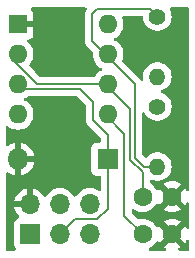
<source format=gtl>
G04 #@! TF.GenerationSoftware,KiCad,Pcbnew,8.0.1-8.0.1-1~ubuntu22.04.1*
G04 #@! TF.CreationDate,2024-07-15T21:43:51-04:00*
G04 #@! TF.ProjectId,Clock_Addon,436c6f63-6b5f-4416-9464-6f6e2e6b6963,rev?*
G04 #@! TF.SameCoordinates,Original*
G04 #@! TF.FileFunction,Copper,L1,Top*
G04 #@! TF.FilePolarity,Positive*
%FSLAX46Y46*%
G04 Gerber Fmt 4.6, Leading zero omitted, Abs format (unit mm)*
G04 Created by KiCad (PCBNEW 8.0.1-8.0.1-1~ubuntu22.04.1) date 2024-07-15 21:43:51*
%MOMM*%
%LPD*%
G01*
G04 APERTURE LIST*
G04 #@! TA.AperFunction,ComponentPad*
%ADD10C,1.400000*%
G04 #@! TD*
G04 #@! TA.AperFunction,ComponentPad*
%ADD11O,1.400000X1.400000*%
G04 #@! TD*
G04 #@! TA.AperFunction,ComponentPad*
%ADD12R,1.800000X1.800000*%
G04 #@! TD*
G04 #@! TA.AperFunction,ComponentPad*
%ADD13O,1.800000X1.800000*%
G04 #@! TD*
G04 #@! TA.AperFunction,ComponentPad*
%ADD14C,1.600000*%
G04 #@! TD*
G04 #@! TA.AperFunction,ComponentPad*
%ADD15O,1.600000X1.600000*%
G04 #@! TD*
G04 #@! TA.AperFunction,ComponentPad*
%ADD16R,1.600000X1.600000*%
G04 #@! TD*
G04 #@! TA.AperFunction,ComponentPad*
%ADD17R,1.700000X1.700000*%
G04 #@! TD*
G04 #@! TA.AperFunction,ComponentPad*
%ADD18O,1.700000X1.700000*%
G04 #@! TD*
G04 #@! TA.AperFunction,Conductor*
%ADD19C,0.200000*%
G04 #@! TD*
G04 APERTURE END LIST*
D10*
X140335000Y-42545000D03*
D11*
X140335000Y-47625000D03*
D12*
X136144000Y-54610000D03*
D13*
X128524000Y-54610000D03*
D14*
X139085000Y-57785000D03*
X141585000Y-57785000D03*
D15*
X136154000Y-43190000D03*
X136154000Y-45730000D03*
X136154000Y-48270000D03*
X136154000Y-50810000D03*
X128534000Y-50810000D03*
X128534000Y-48270000D03*
X128534000Y-45730000D03*
D16*
X128534000Y-43190000D03*
D17*
X129540000Y-60960000D03*
D18*
X129540000Y-58420000D03*
X132080000Y-60960000D03*
X132080000Y-58420000D03*
X134620000Y-60960000D03*
X134620000Y-58420000D03*
D10*
X140335000Y-50165000D03*
D11*
X140335000Y-55245000D03*
D14*
X141585000Y-60960000D03*
X139085000Y-60960000D03*
D19*
X128280000Y-48270000D02*
X128680000Y-48670000D01*
X128680000Y-48670000D02*
X133760000Y-48670000D01*
X134874000Y-51308000D02*
X136144000Y-52578000D01*
X136144000Y-52578000D02*
X136144000Y-58801000D01*
X133760000Y-48670000D02*
X134874000Y-49784000D01*
X134874000Y-49784000D02*
X134874000Y-51308000D01*
X136144000Y-58801000D02*
X135255000Y-59690000D01*
X135255000Y-59690000D02*
X133350000Y-59690000D01*
X133350000Y-59690000D02*
X132080000Y-60960000D01*
X139085000Y-60960000D02*
X137541000Y-59416000D01*
X137541000Y-59416000D02*
X137541000Y-52451000D01*
X137541000Y-52451000D02*
X135900000Y-50810000D01*
X128280000Y-45730000D02*
X128280000Y-46365000D01*
X128280000Y-46365000D02*
X130175000Y-48260000D01*
X130175000Y-48260000D02*
X133350000Y-48260000D01*
X133350000Y-48260000D02*
X133360000Y-48270000D01*
X133360000Y-48270000D02*
X135900000Y-48270000D01*
X138030000Y-54648685D02*
X139085000Y-55703686D01*
X135900000Y-48270000D02*
X138030000Y-50400000D01*
X138030000Y-50400000D02*
X138030000Y-54648685D01*
X139085000Y-55703686D02*
X139085000Y-57785000D01*
X140335000Y-55245000D02*
X139192000Y-55245000D01*
X134800000Y-42365000D02*
X135255000Y-41910000D01*
X135255000Y-41910000D02*
X139700000Y-41910000D01*
X139192000Y-55245000D02*
X138430000Y-54483000D01*
X138430000Y-48260000D02*
X134800000Y-44630000D01*
X138430000Y-54483000D02*
X138430000Y-48260000D01*
X134800000Y-44630000D02*
X134800000Y-42365000D01*
X139700000Y-41910000D02*
X140335000Y-42545000D01*
G04 #@! TA.AperFunction,Conductor*
G36*
X133526942Y-49290185D02*
G01*
X133547584Y-49306819D01*
X134237181Y-49996416D01*
X134270666Y-50057739D01*
X134273500Y-50084097D01*
X134273500Y-51221330D01*
X134273499Y-51221348D01*
X134273499Y-51387054D01*
X134273498Y-51387054D01*
X134314423Y-51539785D01*
X134343358Y-51589900D01*
X134343359Y-51589904D01*
X134343360Y-51589904D01*
X134393479Y-51676714D01*
X134393481Y-51676717D01*
X134512349Y-51795585D01*
X134512355Y-51795590D01*
X135507181Y-52790416D01*
X135540666Y-52851739D01*
X135543500Y-52878097D01*
X135543500Y-53085500D01*
X135523815Y-53152539D01*
X135471011Y-53198294D01*
X135419501Y-53209500D01*
X135196130Y-53209500D01*
X135196123Y-53209501D01*
X135136516Y-53215908D01*
X135001671Y-53266202D01*
X135001664Y-53266206D01*
X134886455Y-53352452D01*
X134886452Y-53352455D01*
X134800206Y-53467664D01*
X134800202Y-53467671D01*
X134749908Y-53602517D01*
X134743501Y-53662116D01*
X134743500Y-53662135D01*
X134743500Y-55557870D01*
X134743501Y-55557876D01*
X134749908Y-55617483D01*
X134800202Y-55752328D01*
X134800206Y-55752335D01*
X134886452Y-55867544D01*
X134886455Y-55867547D01*
X135001664Y-55953793D01*
X135001671Y-55953797D01*
X135046618Y-55970561D01*
X135136517Y-56004091D01*
X135196127Y-56010500D01*
X135419500Y-56010499D01*
X135486539Y-56030183D01*
X135532294Y-56082987D01*
X135543500Y-56134499D01*
X135543500Y-57179783D01*
X135523815Y-57246822D01*
X135471011Y-57292577D01*
X135401853Y-57302521D01*
X135348377Y-57281358D01*
X135297834Y-57245967D01*
X135297830Y-57245965D01*
X135197864Y-57199350D01*
X135083663Y-57146097D01*
X135083659Y-57146096D01*
X135083655Y-57146094D01*
X134855413Y-57084938D01*
X134855403Y-57084936D01*
X134620001Y-57064341D01*
X134619999Y-57064341D01*
X134384596Y-57084936D01*
X134384586Y-57084938D01*
X134156344Y-57146094D01*
X134156335Y-57146098D01*
X133942171Y-57245964D01*
X133942169Y-57245965D01*
X133748597Y-57381505D01*
X133581505Y-57548597D01*
X133451575Y-57734158D01*
X133396998Y-57777783D01*
X133327500Y-57784977D01*
X133265145Y-57753454D01*
X133248425Y-57734158D01*
X133118494Y-57548597D01*
X132951402Y-57381506D01*
X132951395Y-57381501D01*
X132757834Y-57245967D01*
X132757830Y-57245965D01*
X132657864Y-57199350D01*
X132543663Y-57146097D01*
X132543659Y-57146096D01*
X132543655Y-57146094D01*
X132315413Y-57084938D01*
X132315403Y-57084936D01*
X132080001Y-57064341D01*
X132079999Y-57064341D01*
X131844596Y-57084936D01*
X131844586Y-57084938D01*
X131616344Y-57146094D01*
X131616335Y-57146098D01*
X131402171Y-57245964D01*
X131402169Y-57245965D01*
X131208597Y-57381505D01*
X131041508Y-57548594D01*
X130911269Y-57734595D01*
X130856692Y-57778219D01*
X130787193Y-57785412D01*
X130724839Y-57753890D01*
X130708119Y-57734594D01*
X130578113Y-57548926D01*
X130578108Y-57548920D01*
X130411082Y-57381894D01*
X130217578Y-57246399D01*
X130003492Y-57146570D01*
X130003486Y-57146567D01*
X129790000Y-57089364D01*
X129790000Y-57986988D01*
X129732993Y-57954075D01*
X129605826Y-57920000D01*
X129474174Y-57920000D01*
X129347007Y-57954075D01*
X129290000Y-57986988D01*
X129290000Y-57089364D01*
X129289999Y-57089364D01*
X129076513Y-57146567D01*
X129076507Y-57146570D01*
X128862422Y-57246399D01*
X128862420Y-57246400D01*
X128668926Y-57381886D01*
X128668920Y-57381891D01*
X128501891Y-57548920D01*
X128501886Y-57548926D01*
X128366400Y-57742420D01*
X128366399Y-57742422D01*
X128266570Y-57956507D01*
X128266567Y-57956513D01*
X128209364Y-58169999D01*
X128209364Y-58170000D01*
X129106988Y-58170000D01*
X129074075Y-58227007D01*
X129040000Y-58354174D01*
X129040000Y-58485826D01*
X129074075Y-58612993D01*
X129106988Y-58670000D01*
X128209364Y-58670000D01*
X128266567Y-58883486D01*
X128266570Y-58883492D01*
X128366399Y-59097578D01*
X128501894Y-59291082D01*
X128623946Y-59413134D01*
X128657431Y-59474457D01*
X128652447Y-59544149D01*
X128610575Y-59600082D01*
X128579598Y-59616997D01*
X128447671Y-59666202D01*
X128447664Y-59666206D01*
X128332455Y-59752452D01*
X128332452Y-59752455D01*
X128246206Y-59867664D01*
X128246202Y-59867671D01*
X128195908Y-60002517D01*
X128189501Y-60062116D01*
X128189500Y-60062135D01*
X128189500Y-61857870D01*
X128189501Y-61857876D01*
X128195908Y-61917483D01*
X128246202Y-62052328D01*
X128246206Y-62052335D01*
X128331438Y-62166189D01*
X128355856Y-62231653D01*
X128341005Y-62299926D01*
X128291600Y-62349332D01*
X128232172Y-62364500D01*
X127624500Y-62364500D01*
X127557461Y-62344815D01*
X127511706Y-62292011D01*
X127500500Y-62240500D01*
X127500500Y-55841105D01*
X127520185Y-55774066D01*
X127572989Y-55728311D01*
X127642147Y-55718367D01*
X127700663Y-55743252D01*
X127755649Y-55786050D01*
X127959697Y-55896476D01*
X127959706Y-55896479D01*
X128179139Y-55971811D01*
X128273999Y-55987640D01*
X128274000Y-55987639D01*
X128274000Y-54985277D01*
X128350306Y-55029333D01*
X128464756Y-55060000D01*
X128583244Y-55060000D01*
X128697694Y-55029333D01*
X128774000Y-54985277D01*
X128774000Y-55987640D01*
X128868860Y-55971811D01*
X129088293Y-55896479D01*
X129088302Y-55896476D01*
X129292351Y-55786050D01*
X129292359Y-55786045D01*
X129475437Y-55643548D01*
X129475441Y-55643545D01*
X129632585Y-55472842D01*
X129759483Y-55278609D01*
X129852682Y-55066135D01*
X129904883Y-54860000D01*
X128899278Y-54860000D01*
X128943333Y-54783694D01*
X128974000Y-54669244D01*
X128974000Y-54550756D01*
X128943333Y-54436306D01*
X128899278Y-54360000D01*
X129904883Y-54360000D01*
X129852682Y-54153864D01*
X129759483Y-53941390D01*
X129632585Y-53747157D01*
X129475441Y-53576454D01*
X129475437Y-53576451D01*
X129292355Y-53433952D01*
X129292351Y-53433949D01*
X129088302Y-53323523D01*
X129088293Y-53323520D01*
X128868861Y-53248188D01*
X128774000Y-53232359D01*
X128774000Y-54234722D01*
X128697694Y-54190667D01*
X128583244Y-54160000D01*
X128464756Y-54160000D01*
X128350306Y-54190667D01*
X128274000Y-54234722D01*
X128274000Y-53232359D01*
X128273999Y-53232359D01*
X128179138Y-53248188D01*
X127959706Y-53323520D01*
X127959697Y-53323523D01*
X127755650Y-53433948D01*
X127700662Y-53476748D01*
X127635668Y-53502390D01*
X127567128Y-53488823D01*
X127516803Y-53440355D01*
X127500500Y-53378894D01*
X127500500Y-51912155D01*
X127520185Y-51845116D01*
X127572989Y-51799361D01*
X127642147Y-51789417D01*
X127695621Y-51810579D01*
X127881266Y-51940568D01*
X128087504Y-52036739D01*
X128307308Y-52095635D01*
X128469230Y-52109801D01*
X128533998Y-52115468D01*
X128534000Y-52115468D01*
X128534002Y-52115468D01*
X128590673Y-52110509D01*
X128760692Y-52095635D01*
X128980496Y-52036739D01*
X129186734Y-51940568D01*
X129373139Y-51810047D01*
X129534047Y-51649139D01*
X129664568Y-51462734D01*
X129760739Y-51256496D01*
X129819635Y-51036692D01*
X129839468Y-50810000D01*
X129838565Y-50799683D01*
X129833801Y-50745230D01*
X129819635Y-50583308D01*
X129760739Y-50363504D01*
X129664568Y-50157266D01*
X129534047Y-49970861D01*
X129534045Y-49970858D01*
X129373141Y-49809954D01*
X129186734Y-49679432D01*
X129186728Y-49679429D01*
X129128725Y-49652382D01*
X129076285Y-49606210D01*
X129057133Y-49539017D01*
X129077348Y-49472135D01*
X129128725Y-49427618D01*
X129186734Y-49400568D01*
X129340465Y-49292924D01*
X129406671Y-49270598D01*
X129411588Y-49270500D01*
X133459903Y-49270500D01*
X133526942Y-49290185D01*
G37*
G04 #@! TD.AperFunction*
G04 #@! TA.AperFunction,Conductor*
G36*
X141185000Y-61012661D02*
G01*
X141212259Y-61114394D01*
X141264920Y-61205606D01*
X141339394Y-61280080D01*
X141430606Y-61332741D01*
X141532339Y-61360000D01*
X141538553Y-61360000D01*
X140859526Y-62039025D01*
X140932513Y-62090132D01*
X140932521Y-62090136D01*
X141013973Y-62128118D01*
X141066413Y-62174290D01*
X141085565Y-62241483D01*
X141065349Y-62308365D01*
X141012184Y-62353699D01*
X140961569Y-62364500D01*
X139709613Y-62364500D01*
X139642574Y-62344815D01*
X139596819Y-62292011D01*
X139586875Y-62222853D01*
X139615900Y-62159297D01*
X139657208Y-62128118D01*
X139737734Y-62090568D01*
X139924139Y-61960047D01*
X140085047Y-61799139D01*
X140215568Y-61612734D01*
X140222893Y-61597024D01*
X140269064Y-61544586D01*
X140336257Y-61525433D01*
X140403138Y-61545648D01*
X140447657Y-61597024D01*
X140454864Y-61612480D01*
X140505974Y-61685472D01*
X141185000Y-61006446D01*
X141185000Y-61012661D01*
G37*
G04 #@! TD.AperFunction*
G04 #@! TA.AperFunction,Conductor*
G36*
X142664024Y-61685471D02*
G01*
X142715136Y-61612478D01*
X142773118Y-61488136D01*
X142819290Y-61435696D01*
X142886483Y-61416544D01*
X142953365Y-61436759D01*
X142998699Y-61489925D01*
X143009500Y-61540540D01*
X143009500Y-62240500D01*
X142989815Y-62307539D01*
X142937011Y-62353294D01*
X142885500Y-62364500D01*
X142208431Y-62364500D01*
X142141392Y-62344815D01*
X142095637Y-62292011D01*
X142085693Y-62222853D01*
X142114718Y-62159297D01*
X142156027Y-62128118D01*
X142237478Y-62090136D01*
X142310471Y-62039024D01*
X141631447Y-61360000D01*
X141637661Y-61360000D01*
X141739394Y-61332741D01*
X141830606Y-61280080D01*
X141905080Y-61205606D01*
X141957741Y-61114394D01*
X141985000Y-61012661D01*
X141985000Y-61006447D01*
X142664024Y-61685471D01*
G37*
G04 #@! TD.AperFunction*
G04 #@! TA.AperFunction,Conductor*
G36*
X141185000Y-57837661D02*
G01*
X141212259Y-57939394D01*
X141264920Y-58030606D01*
X141339394Y-58105080D01*
X141430606Y-58157741D01*
X141532339Y-58185000D01*
X141538553Y-58185000D01*
X140859526Y-58864025D01*
X140932513Y-58915132D01*
X140932521Y-58915136D01*
X141138668Y-59011264D01*
X141138682Y-59011269D01*
X141358389Y-59070139D01*
X141358400Y-59070141D01*
X141584998Y-59089966D01*
X141585002Y-59089966D01*
X141811599Y-59070141D01*
X141811610Y-59070139D01*
X142031317Y-59011269D01*
X142031331Y-59011264D01*
X142237478Y-58915136D01*
X142310471Y-58864024D01*
X141631447Y-58185000D01*
X141637661Y-58185000D01*
X141739394Y-58157741D01*
X141830606Y-58105080D01*
X141905080Y-58030606D01*
X141957741Y-57939394D01*
X141985000Y-57837661D01*
X141985000Y-57831447D01*
X142664024Y-58510471D01*
X142715136Y-58437478D01*
X142773118Y-58313136D01*
X142819290Y-58260696D01*
X142886483Y-58241544D01*
X142953365Y-58261759D01*
X142998699Y-58314925D01*
X143009500Y-58365540D01*
X143009500Y-60379459D01*
X142989815Y-60446498D01*
X142937011Y-60492253D01*
X142867853Y-60502197D01*
X142804297Y-60473172D01*
X142773118Y-60431864D01*
X142715134Y-60307517D01*
X142715132Y-60307513D01*
X142664025Y-60234526D01*
X141985000Y-60913551D01*
X141985000Y-60907339D01*
X141957741Y-60805606D01*
X141905080Y-60714394D01*
X141830606Y-60639920D01*
X141739394Y-60587259D01*
X141637661Y-60560000D01*
X141631448Y-60560000D01*
X142310472Y-59880974D01*
X142237478Y-59829863D01*
X142031331Y-59733735D01*
X142031317Y-59733730D01*
X141811610Y-59674860D01*
X141811599Y-59674858D01*
X141585002Y-59655034D01*
X141584998Y-59655034D01*
X141358400Y-59674858D01*
X141358389Y-59674860D01*
X141138682Y-59733730D01*
X141138673Y-59733734D01*
X140932516Y-59829866D01*
X140932512Y-59829868D01*
X140859526Y-59880973D01*
X140859526Y-59880974D01*
X141538553Y-60560000D01*
X141532339Y-60560000D01*
X141430606Y-60587259D01*
X141339394Y-60639920D01*
X141264920Y-60714394D01*
X141212259Y-60805606D01*
X141185000Y-60907339D01*
X141185000Y-60913552D01*
X140505974Y-60234526D01*
X140505973Y-60234526D01*
X140454868Y-60307512D01*
X140454867Y-60307514D01*
X140447656Y-60322979D01*
X140401482Y-60375417D01*
X140334288Y-60394567D01*
X140267407Y-60374350D01*
X140222893Y-60322976D01*
X140215568Y-60307266D01*
X140085047Y-60120861D01*
X140085045Y-60120858D01*
X139924141Y-59959954D01*
X139737734Y-59829432D01*
X139737732Y-59829431D01*
X139531497Y-59733261D01*
X139531488Y-59733258D01*
X139311697Y-59674366D01*
X139311693Y-59674365D01*
X139311692Y-59674365D01*
X139311691Y-59674364D01*
X139311686Y-59674364D01*
X139085002Y-59654532D01*
X139084998Y-59654532D01*
X138858313Y-59674364D01*
X138858302Y-59674366D01*
X138762067Y-59700152D01*
X138692217Y-59698489D01*
X138642293Y-59668058D01*
X138415624Y-59441389D01*
X138177819Y-59203583D01*
X138144334Y-59142260D01*
X138141500Y-59115902D01*
X138141500Y-58950173D01*
X138161185Y-58883134D01*
X138213989Y-58837379D01*
X138283147Y-58827435D01*
X138336620Y-58848597D01*
X138432266Y-58915568D01*
X138638504Y-59011739D01*
X138858308Y-59070635D01*
X139013265Y-59084192D01*
X139084998Y-59090468D01*
X139085000Y-59090468D01*
X139085002Y-59090468D01*
X139141673Y-59085509D01*
X139311692Y-59070635D01*
X139531496Y-59011739D01*
X139737734Y-58915568D01*
X139924139Y-58785047D01*
X140085047Y-58624139D01*
X140215568Y-58437734D01*
X140222893Y-58422024D01*
X140269064Y-58369586D01*
X140336257Y-58350433D01*
X140403138Y-58370648D01*
X140447657Y-58422024D01*
X140454864Y-58437480D01*
X140505974Y-58510472D01*
X141185000Y-57831446D01*
X141185000Y-57837661D01*
G37*
G04 #@! TD.AperFunction*
G04 #@! TA.AperFunction,Conductor*
G36*
X142952539Y-41795185D02*
G01*
X142998294Y-41847989D01*
X143009500Y-41899500D01*
X143009500Y-57204459D01*
X142989815Y-57271498D01*
X142937011Y-57317253D01*
X142867853Y-57327197D01*
X142804297Y-57298172D01*
X142773118Y-57256864D01*
X142715134Y-57132517D01*
X142715132Y-57132513D01*
X142664025Y-57059526D01*
X141985000Y-57738551D01*
X141985000Y-57732339D01*
X141957741Y-57630606D01*
X141905080Y-57539394D01*
X141830606Y-57464920D01*
X141739394Y-57412259D01*
X141637661Y-57385000D01*
X141631448Y-57385000D01*
X142310472Y-56705974D01*
X142237478Y-56654863D01*
X142031331Y-56558735D01*
X142031317Y-56558730D01*
X141811610Y-56499860D01*
X141811599Y-56499858D01*
X141585002Y-56480034D01*
X141584998Y-56480034D01*
X141358400Y-56499858D01*
X141358389Y-56499860D01*
X141138682Y-56558730D01*
X141138673Y-56558734D01*
X140932516Y-56654866D01*
X140932512Y-56654868D01*
X140859526Y-56705973D01*
X140859526Y-56705974D01*
X141538553Y-57385000D01*
X141532339Y-57385000D01*
X141430606Y-57412259D01*
X141339394Y-57464920D01*
X141264920Y-57539394D01*
X141212259Y-57630606D01*
X141185000Y-57732339D01*
X141185000Y-57738552D01*
X140505974Y-57059526D01*
X140505973Y-57059526D01*
X140454868Y-57132512D01*
X140454867Y-57132514D01*
X140447656Y-57147979D01*
X140401482Y-57200417D01*
X140334288Y-57219567D01*
X140267407Y-57199350D01*
X140222893Y-57147976D01*
X140215568Y-57132266D01*
X140085047Y-56945861D01*
X140085045Y-56945858D01*
X139924140Y-56784953D01*
X139738377Y-56654881D01*
X139694752Y-56600304D01*
X139685500Y-56553306D01*
X139685500Y-56461837D01*
X139705185Y-56394798D01*
X139757989Y-56349043D01*
X139827147Y-56339099D01*
X139854287Y-56346208D01*
X140005060Y-56404618D01*
X140223757Y-56445500D01*
X140223759Y-56445500D01*
X140446241Y-56445500D01*
X140446243Y-56445500D01*
X140664940Y-56404618D01*
X140872401Y-56324247D01*
X141061562Y-56207124D01*
X141225981Y-56057236D01*
X141360058Y-55879689D01*
X141459229Y-55680528D01*
X141520115Y-55466536D01*
X141540643Y-55245000D01*
X141520115Y-55023464D01*
X141459229Y-54809472D01*
X141446393Y-54783694D01*
X141360061Y-54610316D01*
X141360056Y-54610308D01*
X141225979Y-54432761D01*
X141061562Y-54282876D01*
X141061560Y-54282874D01*
X140872404Y-54165754D01*
X140872398Y-54165752D01*
X140664940Y-54085382D01*
X140446243Y-54044500D01*
X140223757Y-54044500D01*
X140005060Y-54085382D01*
X139873864Y-54136207D01*
X139797601Y-54165752D01*
X139797595Y-54165754D01*
X139608439Y-54282874D01*
X139608437Y-54282876D01*
X139444019Y-54432762D01*
X139444017Y-54432765D01*
X139437378Y-54441557D01*
X139381269Y-54483192D01*
X139311557Y-54487882D01*
X139250745Y-54454509D01*
X139066819Y-54270583D01*
X139033334Y-54209260D01*
X139030500Y-54182902D01*
X139030500Y-50765710D01*
X139050185Y-50698671D01*
X139102989Y-50652916D01*
X139172147Y-50642972D01*
X139235703Y-50671997D01*
X139265500Y-50710439D01*
X139309936Y-50799679D01*
X139309943Y-50799691D01*
X139444020Y-50977238D01*
X139608437Y-51127123D01*
X139608439Y-51127125D01*
X139797595Y-51244245D01*
X139797596Y-51244245D01*
X139797599Y-51244247D01*
X140005060Y-51324618D01*
X140223757Y-51365500D01*
X140223759Y-51365500D01*
X140446241Y-51365500D01*
X140446243Y-51365500D01*
X140664940Y-51324618D01*
X140872401Y-51244247D01*
X141061562Y-51127124D01*
X141225981Y-50977236D01*
X141360058Y-50799689D01*
X141459229Y-50600528D01*
X141520115Y-50386536D01*
X141540643Y-50165000D01*
X141539926Y-50157267D01*
X141520115Y-49943464D01*
X141520114Y-49943462D01*
X141459230Y-49729476D01*
X141459229Y-49729472D01*
X141459224Y-49729461D01*
X141360061Y-49530316D01*
X141360056Y-49530308D01*
X141225979Y-49352761D01*
X141061562Y-49202876D01*
X141061560Y-49202874D01*
X140872404Y-49085754D01*
X140872395Y-49085750D01*
X140778956Y-49049552D01*
X140678475Y-49010625D01*
X140623075Y-48968054D01*
X140599484Y-48902288D01*
X140615195Y-48834207D01*
X140665219Y-48785428D01*
X140678466Y-48779377D01*
X140872401Y-48704247D01*
X141061562Y-48587124D01*
X141225981Y-48437236D01*
X141360058Y-48259689D01*
X141459229Y-48060528D01*
X141520115Y-47846536D01*
X141540643Y-47625000D01*
X141540474Y-47623181D01*
X141520115Y-47403464D01*
X141520114Y-47403462D01*
X141459230Y-47189476D01*
X141459229Y-47189472D01*
X141459224Y-47189461D01*
X141360061Y-46990316D01*
X141360056Y-46990308D01*
X141225979Y-46812761D01*
X141061562Y-46662876D01*
X141061560Y-46662874D01*
X140872404Y-46545754D01*
X140872398Y-46545752D01*
X140664940Y-46465382D01*
X140446243Y-46424500D01*
X140223757Y-46424500D01*
X140005060Y-46465382D01*
X139873864Y-46516207D01*
X139797601Y-46545752D01*
X139797595Y-46545754D01*
X139608439Y-46662874D01*
X139608437Y-46662876D01*
X139444020Y-46812761D01*
X139309943Y-46990308D01*
X139309938Y-46990316D01*
X139210775Y-47189461D01*
X139210769Y-47189476D01*
X139149885Y-47403462D01*
X139149884Y-47403464D01*
X139129357Y-47624999D01*
X139129357Y-47625000D01*
X139148344Y-47829909D01*
X139134929Y-47898479D01*
X139086572Y-47948910D01*
X139018626Y-47965193D01*
X138952663Y-47942155D01*
X138917490Y-47903358D01*
X138916293Y-47901284D01*
X138910520Y-47891284D01*
X138798716Y-47779480D01*
X138798715Y-47779479D01*
X138794385Y-47775149D01*
X138794374Y-47775139D01*
X137383298Y-46364063D01*
X137349813Y-46302740D01*
X137354797Y-46233048D01*
X137358591Y-46223991D01*
X137380739Y-46176496D01*
X137439635Y-45956692D01*
X137459468Y-45730000D01*
X137439635Y-45503308D01*
X137380739Y-45283504D01*
X137284568Y-45077266D01*
X137154047Y-44890861D01*
X137154046Y-44890860D01*
X137154045Y-44890858D01*
X136993141Y-44729954D01*
X136806734Y-44599432D01*
X136806728Y-44599429D01*
X136748725Y-44572382D01*
X136696285Y-44526210D01*
X136677133Y-44459017D01*
X136697348Y-44392135D01*
X136748725Y-44347618D01*
X136749643Y-44347190D01*
X136806734Y-44320568D01*
X136993139Y-44190047D01*
X137154047Y-44029139D01*
X137284568Y-43842734D01*
X137380739Y-43636496D01*
X137439635Y-43416692D01*
X137459468Y-43190000D01*
X137458565Y-43179683D01*
X137441142Y-42980538D01*
X137439635Y-42963308D01*
X137380739Y-42743504D01*
X137354345Y-42686904D01*
X137343854Y-42617828D01*
X137372373Y-42554044D01*
X137430850Y-42515804D01*
X137466728Y-42510500D01*
X139013119Y-42510500D01*
X139080158Y-42530185D01*
X139125913Y-42582989D01*
X139136590Y-42623059D01*
X139149884Y-42766535D01*
X139149885Y-42766537D01*
X139210769Y-42980523D01*
X139210775Y-42980538D01*
X139309938Y-43179683D01*
X139309943Y-43179691D01*
X139444020Y-43357238D01*
X139608437Y-43507123D01*
X139608439Y-43507125D01*
X139797595Y-43624245D01*
X139797596Y-43624245D01*
X139797599Y-43624247D01*
X140005060Y-43704618D01*
X140223757Y-43745500D01*
X140223759Y-43745500D01*
X140446241Y-43745500D01*
X140446243Y-43745500D01*
X140664940Y-43704618D01*
X140872401Y-43624247D01*
X141061562Y-43507124D01*
X141225981Y-43357236D01*
X141360058Y-43179689D01*
X141459229Y-42980528D01*
X141520115Y-42766536D01*
X141540643Y-42545000D01*
X141520115Y-42323464D01*
X141459229Y-42109472D01*
X141459224Y-42109461D01*
X141382198Y-41954772D01*
X141369937Y-41885986D01*
X141396810Y-41821491D01*
X141454286Y-41781764D01*
X141493198Y-41775500D01*
X142885500Y-41775500D01*
X142952539Y-41795185D01*
G37*
G04 #@! TD.AperFunction*
G04 #@! TA.AperFunction,Conductor*
G36*
X134307941Y-41795185D02*
G01*
X134353696Y-41847989D01*
X134363640Y-41917147D01*
X134334615Y-41980703D01*
X134328583Y-41987181D01*
X134319481Y-41996282D01*
X134319479Y-41996284D01*
X134298391Y-42032812D01*
X134283022Y-42059432D01*
X134240423Y-42133215D01*
X134199499Y-42285943D01*
X134199499Y-42285945D01*
X134199499Y-42454046D01*
X134199500Y-42454059D01*
X134199500Y-44543330D01*
X134199499Y-44543348D01*
X134199499Y-44709054D01*
X134199498Y-44709054D01*
X134240424Y-44861789D01*
X134240425Y-44861790D01*
X134257208Y-44890858D01*
X134257210Y-44890861D01*
X134284793Y-44938637D01*
X134319481Y-44998717D01*
X134438349Y-45117585D01*
X134438355Y-45117590D01*
X134823914Y-45503149D01*
X134857399Y-45564472D01*
X134859761Y-45601636D01*
X134848532Y-45729996D01*
X134848532Y-45730001D01*
X134868364Y-45956686D01*
X134868366Y-45956697D01*
X134927258Y-46176488D01*
X134927261Y-46176497D01*
X135023431Y-46382732D01*
X135023432Y-46382734D01*
X135153954Y-46569141D01*
X135314858Y-46730045D01*
X135314861Y-46730047D01*
X135501266Y-46860568D01*
X135559275Y-46887618D01*
X135611714Y-46933791D01*
X135630866Y-47000984D01*
X135610650Y-47067865D01*
X135559275Y-47112382D01*
X135501267Y-47139431D01*
X135501265Y-47139432D01*
X135314858Y-47269954D01*
X135153954Y-47430858D01*
X135120500Y-47478637D01*
X135023881Y-47616624D01*
X134969307Y-47660248D01*
X134922308Y-47669500D01*
X133482706Y-47669500D01*
X133450614Y-47665275D01*
X133429058Y-47659499D01*
X133429057Y-47659499D01*
X133270943Y-47659499D01*
X133263347Y-47659499D01*
X133263331Y-47659500D01*
X130475098Y-47659500D01*
X130408059Y-47639815D01*
X130387417Y-47623181D01*
X129988023Y-47223787D01*
X129521390Y-46757155D01*
X129487906Y-46695833D01*
X129492890Y-46626142D01*
X129521389Y-46581796D01*
X129534047Y-46569139D01*
X129664568Y-46382734D01*
X129760739Y-46176496D01*
X129819635Y-45956692D01*
X129839468Y-45730000D01*
X129819635Y-45503308D01*
X129760739Y-45283504D01*
X129664568Y-45077266D01*
X129534047Y-44890861D01*
X129534046Y-44890860D01*
X129534045Y-44890858D01*
X129373143Y-44729956D01*
X129347912Y-44712289D01*
X129304287Y-44657712D01*
X129297095Y-44588213D01*
X129328617Y-44525859D01*
X129388847Y-44490445D01*
X129405781Y-44487424D01*
X129441380Y-44483596D01*
X129576086Y-44433354D01*
X129576093Y-44433350D01*
X129691187Y-44347190D01*
X129691190Y-44347187D01*
X129777350Y-44232093D01*
X129777354Y-44232086D01*
X129827596Y-44097379D01*
X129827598Y-44097372D01*
X129833999Y-44037844D01*
X129834000Y-44037827D01*
X129834000Y-43440000D01*
X128849686Y-43440000D01*
X128854080Y-43435606D01*
X128906741Y-43344394D01*
X128934000Y-43242661D01*
X128934000Y-43137339D01*
X128906741Y-43035606D01*
X128854080Y-42944394D01*
X128849686Y-42940000D01*
X129834000Y-42940000D01*
X129834000Y-42342172D01*
X129833999Y-42342155D01*
X129827598Y-42282627D01*
X129827596Y-42282620D01*
X129777354Y-42147913D01*
X129777350Y-42147906D01*
X129691190Y-42032812D01*
X129645711Y-41998766D01*
X129603841Y-41942832D01*
X129598857Y-41873140D01*
X129632343Y-41811818D01*
X129693667Y-41778333D01*
X129720023Y-41775500D01*
X134240902Y-41775500D01*
X134307941Y-41795185D01*
G37*
G04 #@! TD.AperFunction*
M02*

</source>
